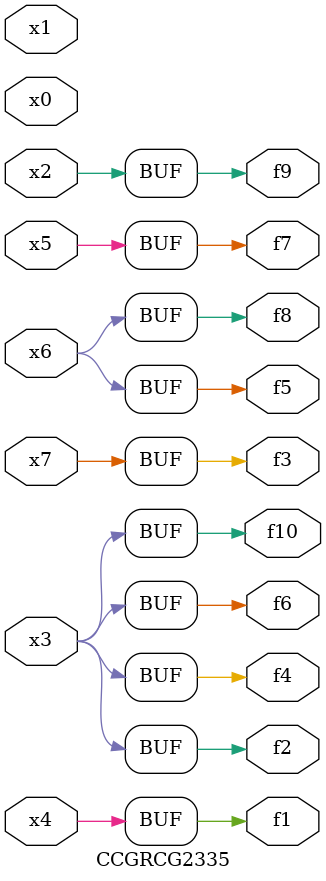
<source format=v>
module CCGRCG2335(
	input x0, x1, x2, x3, x4, x5, x6, x7,
	output f1, f2, f3, f4, f5, f6, f7, f8, f9, f10
);
	assign f1 = x4;
	assign f2 = x3;
	assign f3 = x7;
	assign f4 = x3;
	assign f5 = x6;
	assign f6 = x3;
	assign f7 = x5;
	assign f8 = x6;
	assign f9 = x2;
	assign f10 = x3;
endmodule

</source>
